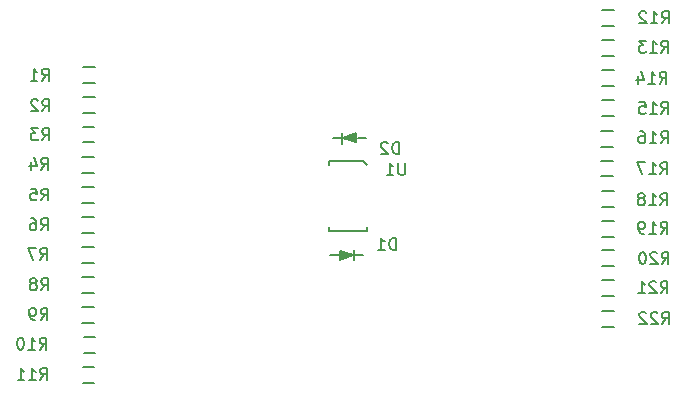
<source format=gbo>
G04 #@! TF.FileFunction,Legend,Bot*
%FSLAX46Y46*%
G04 Gerber Fmt 4.6, Leading zero omitted, Abs format (unit mm)*
G04 Created by KiCad (PCBNEW 4.0.2-stable) date 1/24/2017 5:25:06 AM*
%MOMM*%
G01*
G04 APERTURE LIST*
%ADD10C,0.100000*%
%ADD11C,0.150000*%
G04 APERTURE END LIST*
D10*
D11*
X1600000Y2650000D02*
X1250000Y3050000D01*
X1250000Y3050000D02*
X700000Y3050000D01*
X950000Y3050000D02*
X-1600000Y3050000D01*
X1600000Y-2550000D02*
X1600000Y-2950000D01*
X1600000Y-2950000D02*
X-1600000Y-2950000D01*
X-1600000Y-2950000D02*
X-1600000Y-2550000D01*
X-1600000Y3050000D02*
X-1600000Y2650000D01*
X-21491320Y-4237360D02*
X-22491320Y-4237360D01*
X-22491320Y-5587360D02*
X-21491320Y-5587360D01*
X-21445600Y10962000D02*
X-22445600Y10962000D01*
X-22445600Y9612000D02*
X-21445600Y9612000D01*
X-21445600Y8396600D02*
X-22445600Y8396600D01*
X-22445600Y7046600D02*
X-21445600Y7046600D01*
X-21471000Y5932800D02*
X-22471000Y5932800D01*
X-22471000Y4582800D02*
X-21471000Y4582800D01*
X-21534500Y3354700D02*
X-22534500Y3354700D01*
X-22534500Y2004700D02*
X-21534500Y2004700D01*
X-21506560Y796920D02*
X-22506560Y796920D01*
X-22506560Y-553080D02*
X-21506560Y-553080D01*
X-21506560Y-1722760D02*
X-22506560Y-1722760D01*
X-22506560Y-3072760D02*
X-21506560Y-3072760D01*
X-21521800Y-6797680D02*
X-22521800Y-6797680D01*
X-22521800Y-8147680D02*
X-21521800Y-8147680D01*
X-21537040Y-9337680D02*
X-22537040Y-9337680D01*
X-22537040Y-10687680D02*
X-21537040Y-10687680D01*
X-21384640Y-11898000D02*
X-22384640Y-11898000D01*
X-22384640Y-13248000D02*
X-21384640Y-13248000D01*
X-21476080Y-14412600D02*
X-22476080Y-14412600D01*
X-22476080Y-15762600D02*
X-21476080Y-15762600D01*
X22500000Y15775000D02*
X21500000Y15775000D01*
X21500000Y14425000D02*
X22500000Y14425000D01*
X22475000Y13250000D02*
X21475000Y13250000D01*
X21475000Y11900000D02*
X22475000Y11900000D01*
X22475000Y10725000D02*
X21475000Y10725000D01*
X21475000Y9375000D02*
X22475000Y9375000D01*
X22475000Y8175000D02*
X21475000Y8175000D01*
X21475000Y6825000D02*
X22475000Y6825000D01*
X22450000Y5575000D02*
X21450000Y5575000D01*
X21450000Y4225000D02*
X22450000Y4225000D01*
X22450000Y3050000D02*
X21450000Y3050000D01*
X21450000Y1700000D02*
X22450000Y1700000D01*
X22475000Y500000D02*
X21475000Y500000D01*
X21475000Y-850000D02*
X22475000Y-850000D01*
X22475000Y-2050000D02*
X21475000Y-2050000D01*
X21475000Y-3400000D02*
X22475000Y-3400000D01*
X22475000Y-4550000D02*
X21475000Y-4550000D01*
X21475000Y-5900000D02*
X22475000Y-5900000D01*
X22475000Y-7075000D02*
X21475000Y-7075000D01*
X21475000Y-8425000D02*
X22475000Y-8425000D01*
X22475000Y-9675000D02*
X21475000Y-9675000D01*
X21475000Y-11025000D02*
X22475000Y-11025000D01*
X-500000Y4985000D02*
X-1300000Y4985000D01*
X800000Y4985000D02*
X1500000Y4985000D01*
X-100000Y4985000D02*
X600000Y4685000D01*
X600000Y4685000D02*
X0Y5085000D01*
X0Y5085000D02*
X600000Y4785000D01*
X600000Y4785000D02*
X200000Y5085000D01*
X200000Y5085000D02*
X600000Y4885000D01*
X600000Y4885000D02*
X300000Y5185000D01*
X300000Y5185000D02*
X600000Y4985000D01*
X600000Y4985000D02*
X600000Y5285000D01*
X600000Y5285000D02*
X500000Y5185000D01*
X500000Y5185000D02*
X200000Y5085000D01*
X200000Y5085000D02*
X200000Y4985000D01*
X-500000Y4485000D02*
X-500000Y5385000D01*
X700000Y4585000D02*
X700000Y5385000D01*
X700000Y5385000D02*
X-400000Y4985000D01*
X-400000Y4985000D02*
X700000Y4585000D01*
X500000Y-4985000D02*
X1300000Y-4985000D01*
X-800000Y-4985000D02*
X-1500000Y-4985000D01*
X100000Y-4985000D02*
X-600000Y-4685000D01*
X-600000Y-4685000D02*
X0Y-5085000D01*
X0Y-5085000D02*
X-600000Y-4785000D01*
X-600000Y-4785000D02*
X-200000Y-5085000D01*
X-200000Y-5085000D02*
X-600000Y-4885000D01*
X-600000Y-4885000D02*
X-300000Y-5185000D01*
X-300000Y-5185000D02*
X-600000Y-4985000D01*
X-600000Y-4985000D02*
X-600000Y-5285000D01*
X-600000Y-5285000D02*
X-500000Y-5185000D01*
X-500000Y-5185000D02*
X-200000Y-5085000D01*
X-200000Y-5085000D02*
X-200000Y-4985000D01*
X500000Y-4485000D02*
X500000Y-5385000D01*
X-700000Y-4585000D02*
X-700000Y-5385000D01*
X-700000Y-5385000D02*
X400000Y-4985000D01*
X400000Y-4985000D02*
X-700000Y-4585000D01*
X4825905Y2833619D02*
X4825905Y2024095D01*
X4778286Y1928857D01*
X4730667Y1881238D01*
X4635429Y1833619D01*
X4444952Y1833619D01*
X4349714Y1881238D01*
X4302095Y1928857D01*
X4254476Y2024095D01*
X4254476Y2833619D01*
X3254476Y1833619D02*
X3825905Y1833619D01*
X3540191Y1833619D02*
X3540191Y2833619D01*
X3635429Y2690762D01*
X3730667Y2595524D01*
X3825905Y2547905D01*
X-26083334Y-5352381D02*
X-25750000Y-4876190D01*
X-25511905Y-5352381D02*
X-25511905Y-4352381D01*
X-25892858Y-4352381D01*
X-25988096Y-4400000D01*
X-26035715Y-4447619D01*
X-26083334Y-4542857D01*
X-26083334Y-4685714D01*
X-26035715Y-4780952D01*
X-25988096Y-4828571D01*
X-25892858Y-4876190D01*
X-25511905Y-4876190D01*
X-26416667Y-4352381D02*
X-27083334Y-4352381D01*
X-26654762Y-5352381D01*
X-25933334Y9822619D02*
X-25600000Y10298810D01*
X-25361905Y9822619D02*
X-25361905Y10822619D01*
X-25742858Y10822619D01*
X-25838096Y10775000D01*
X-25885715Y10727381D01*
X-25933334Y10632143D01*
X-25933334Y10489286D01*
X-25885715Y10394048D01*
X-25838096Y10346429D01*
X-25742858Y10298810D01*
X-25361905Y10298810D01*
X-26885715Y9822619D02*
X-26314286Y9822619D01*
X-26600000Y9822619D02*
X-26600000Y10822619D01*
X-26504762Y10679762D01*
X-26409524Y10584524D01*
X-26314286Y10536905D01*
X-25883334Y7222619D02*
X-25550000Y7698810D01*
X-25311905Y7222619D02*
X-25311905Y8222619D01*
X-25692858Y8222619D01*
X-25788096Y8175000D01*
X-25835715Y8127381D01*
X-25883334Y8032143D01*
X-25883334Y7889286D01*
X-25835715Y7794048D01*
X-25788096Y7746429D01*
X-25692858Y7698810D01*
X-25311905Y7698810D01*
X-26264286Y8127381D02*
X-26311905Y8175000D01*
X-26407143Y8222619D01*
X-26645239Y8222619D01*
X-26740477Y8175000D01*
X-26788096Y8127381D01*
X-26835715Y8032143D01*
X-26835715Y7936905D01*
X-26788096Y7794048D01*
X-26216667Y7222619D01*
X-26835715Y7222619D01*
X-25908334Y4772619D02*
X-25575000Y5248810D01*
X-25336905Y4772619D02*
X-25336905Y5772619D01*
X-25717858Y5772619D01*
X-25813096Y5725000D01*
X-25860715Y5677381D01*
X-25908334Y5582143D01*
X-25908334Y5439286D01*
X-25860715Y5344048D01*
X-25813096Y5296429D01*
X-25717858Y5248810D01*
X-25336905Y5248810D01*
X-26241667Y5772619D02*
X-26860715Y5772619D01*
X-26527381Y5391667D01*
X-26670239Y5391667D01*
X-26765477Y5344048D01*
X-26813096Y5296429D01*
X-26860715Y5201190D01*
X-26860715Y4963095D01*
X-26813096Y4867857D01*
X-26765477Y4820238D01*
X-26670239Y4772619D01*
X-26384524Y4772619D01*
X-26289286Y4820238D01*
X-26241667Y4867857D01*
X-25983334Y2272619D02*
X-25650000Y2748810D01*
X-25411905Y2272619D02*
X-25411905Y3272619D01*
X-25792858Y3272619D01*
X-25888096Y3225000D01*
X-25935715Y3177381D01*
X-25983334Y3082143D01*
X-25983334Y2939286D01*
X-25935715Y2844048D01*
X-25888096Y2796429D01*
X-25792858Y2748810D01*
X-25411905Y2748810D01*
X-26840477Y2939286D02*
X-26840477Y2272619D01*
X-26602381Y3320238D02*
X-26364286Y2605952D01*
X-26983334Y2605952D01*
X-25958334Y-327381D02*
X-25625000Y148810D01*
X-25386905Y-327381D02*
X-25386905Y672619D01*
X-25767858Y672619D01*
X-25863096Y625000D01*
X-25910715Y577381D01*
X-25958334Y482143D01*
X-25958334Y339286D01*
X-25910715Y244048D01*
X-25863096Y196429D01*
X-25767858Y148810D01*
X-25386905Y148810D01*
X-26863096Y672619D02*
X-26386905Y672619D01*
X-26339286Y196429D01*
X-26386905Y244048D01*
X-26482143Y291667D01*
X-26720239Y291667D01*
X-26815477Y244048D01*
X-26863096Y196429D01*
X-26910715Y101190D01*
X-26910715Y-136905D01*
X-26863096Y-232143D01*
X-26815477Y-279762D01*
X-26720239Y-327381D01*
X-26482143Y-327381D01*
X-26386905Y-279762D01*
X-26339286Y-232143D01*
X-26008334Y-2852381D02*
X-25675000Y-2376190D01*
X-25436905Y-2852381D02*
X-25436905Y-1852381D01*
X-25817858Y-1852381D01*
X-25913096Y-1900000D01*
X-25960715Y-1947619D01*
X-26008334Y-2042857D01*
X-26008334Y-2185714D01*
X-25960715Y-2280952D01*
X-25913096Y-2328571D01*
X-25817858Y-2376190D01*
X-25436905Y-2376190D01*
X-26865477Y-1852381D02*
X-26675000Y-1852381D01*
X-26579762Y-1900000D01*
X-26532143Y-1947619D01*
X-26436905Y-2090476D01*
X-26389286Y-2280952D01*
X-26389286Y-2661905D01*
X-26436905Y-2757143D01*
X-26484524Y-2804762D01*
X-26579762Y-2852381D01*
X-26770239Y-2852381D01*
X-26865477Y-2804762D01*
X-26913096Y-2757143D01*
X-26960715Y-2661905D01*
X-26960715Y-2423810D01*
X-26913096Y-2328571D01*
X-26865477Y-2280952D01*
X-26770239Y-2233333D01*
X-26579762Y-2233333D01*
X-26484524Y-2280952D01*
X-26436905Y-2328571D01*
X-26389286Y-2423810D01*
X-25983334Y-7927381D02*
X-25650000Y-7451190D01*
X-25411905Y-7927381D02*
X-25411905Y-6927381D01*
X-25792858Y-6927381D01*
X-25888096Y-6975000D01*
X-25935715Y-7022619D01*
X-25983334Y-7117857D01*
X-25983334Y-7260714D01*
X-25935715Y-7355952D01*
X-25888096Y-7403571D01*
X-25792858Y-7451190D01*
X-25411905Y-7451190D01*
X-26554762Y-7355952D02*
X-26459524Y-7308333D01*
X-26411905Y-7260714D01*
X-26364286Y-7165476D01*
X-26364286Y-7117857D01*
X-26411905Y-7022619D01*
X-26459524Y-6975000D01*
X-26554762Y-6927381D01*
X-26745239Y-6927381D01*
X-26840477Y-6975000D01*
X-26888096Y-7022619D01*
X-26935715Y-7117857D01*
X-26935715Y-7165476D01*
X-26888096Y-7260714D01*
X-26840477Y-7308333D01*
X-26745239Y-7355952D01*
X-26554762Y-7355952D01*
X-26459524Y-7403571D01*
X-26411905Y-7451190D01*
X-26364286Y-7546429D01*
X-26364286Y-7736905D01*
X-26411905Y-7832143D01*
X-26459524Y-7879762D01*
X-26554762Y-7927381D01*
X-26745239Y-7927381D01*
X-26840477Y-7879762D01*
X-26888096Y-7832143D01*
X-26935715Y-7736905D01*
X-26935715Y-7546429D01*
X-26888096Y-7451190D01*
X-26840477Y-7403571D01*
X-26745239Y-7355952D01*
X-26033334Y-10452381D02*
X-25700000Y-9976190D01*
X-25461905Y-10452381D02*
X-25461905Y-9452381D01*
X-25842858Y-9452381D01*
X-25938096Y-9500000D01*
X-25985715Y-9547619D01*
X-26033334Y-9642857D01*
X-26033334Y-9785714D01*
X-25985715Y-9880952D01*
X-25938096Y-9928571D01*
X-25842858Y-9976190D01*
X-25461905Y-9976190D01*
X-26509524Y-10452381D02*
X-26700000Y-10452381D01*
X-26795239Y-10404762D01*
X-26842858Y-10357143D01*
X-26938096Y-10214286D01*
X-26985715Y-10023810D01*
X-26985715Y-9642857D01*
X-26938096Y-9547619D01*
X-26890477Y-9500000D01*
X-26795239Y-9452381D01*
X-26604762Y-9452381D01*
X-26509524Y-9500000D01*
X-26461905Y-9547619D01*
X-26414286Y-9642857D01*
X-26414286Y-9880952D01*
X-26461905Y-9976190D01*
X-26509524Y-10023810D01*
X-26604762Y-10071429D01*
X-26795239Y-10071429D01*
X-26890477Y-10023810D01*
X-26938096Y-9976190D01*
X-26985715Y-9880952D01*
X-26107143Y-12952381D02*
X-25773809Y-12476190D01*
X-25535714Y-12952381D02*
X-25535714Y-11952381D01*
X-25916667Y-11952381D01*
X-26011905Y-12000000D01*
X-26059524Y-12047619D01*
X-26107143Y-12142857D01*
X-26107143Y-12285714D01*
X-26059524Y-12380952D01*
X-26011905Y-12428571D01*
X-25916667Y-12476190D01*
X-25535714Y-12476190D01*
X-27059524Y-12952381D02*
X-26488095Y-12952381D01*
X-26773809Y-12952381D02*
X-26773809Y-11952381D01*
X-26678571Y-12095238D01*
X-26583333Y-12190476D01*
X-26488095Y-12238095D01*
X-27678571Y-11952381D02*
X-27773810Y-11952381D01*
X-27869048Y-12000000D01*
X-27916667Y-12047619D01*
X-27964286Y-12142857D01*
X-28011905Y-12333333D01*
X-28011905Y-12571429D01*
X-27964286Y-12761905D01*
X-27916667Y-12857143D01*
X-27869048Y-12904762D01*
X-27773810Y-12952381D01*
X-27678571Y-12952381D01*
X-27583333Y-12904762D01*
X-27535714Y-12857143D01*
X-27488095Y-12761905D01*
X-27440476Y-12571429D01*
X-27440476Y-12333333D01*
X-27488095Y-12142857D01*
X-27535714Y-12047619D01*
X-27583333Y-12000000D01*
X-27678571Y-11952381D01*
X-26082143Y-15527381D02*
X-25748809Y-15051190D01*
X-25510714Y-15527381D02*
X-25510714Y-14527381D01*
X-25891667Y-14527381D01*
X-25986905Y-14575000D01*
X-26034524Y-14622619D01*
X-26082143Y-14717857D01*
X-26082143Y-14860714D01*
X-26034524Y-14955952D01*
X-25986905Y-15003571D01*
X-25891667Y-15051190D01*
X-25510714Y-15051190D01*
X-27034524Y-15527381D02*
X-26463095Y-15527381D01*
X-26748809Y-15527381D02*
X-26748809Y-14527381D01*
X-26653571Y-14670238D01*
X-26558333Y-14765476D01*
X-26463095Y-14813095D01*
X-27986905Y-15527381D02*
X-27415476Y-15527381D01*
X-27701190Y-15527381D02*
X-27701190Y-14527381D01*
X-27605952Y-14670238D01*
X-27510714Y-14765476D01*
X-27415476Y-14813095D01*
X26567857Y14672619D02*
X26901191Y15148810D01*
X27139286Y14672619D02*
X27139286Y15672619D01*
X26758333Y15672619D01*
X26663095Y15625000D01*
X26615476Y15577381D01*
X26567857Y15482143D01*
X26567857Y15339286D01*
X26615476Y15244048D01*
X26663095Y15196429D01*
X26758333Y15148810D01*
X27139286Y15148810D01*
X25615476Y14672619D02*
X26186905Y14672619D01*
X25901191Y14672619D02*
X25901191Y15672619D01*
X25996429Y15529762D01*
X26091667Y15434524D01*
X26186905Y15386905D01*
X25234524Y15577381D02*
X25186905Y15625000D01*
X25091667Y15672619D01*
X24853571Y15672619D01*
X24758333Y15625000D01*
X24710714Y15577381D01*
X24663095Y15482143D01*
X24663095Y15386905D01*
X24710714Y15244048D01*
X25282143Y14672619D01*
X24663095Y14672619D01*
X26517857Y12197619D02*
X26851191Y12673810D01*
X27089286Y12197619D02*
X27089286Y13197619D01*
X26708333Y13197619D01*
X26613095Y13150000D01*
X26565476Y13102381D01*
X26517857Y13007143D01*
X26517857Y12864286D01*
X26565476Y12769048D01*
X26613095Y12721429D01*
X26708333Y12673810D01*
X27089286Y12673810D01*
X25565476Y12197619D02*
X26136905Y12197619D01*
X25851191Y12197619D02*
X25851191Y13197619D01*
X25946429Y13054762D01*
X26041667Y12959524D01*
X26136905Y12911905D01*
X25232143Y13197619D02*
X24613095Y13197619D01*
X24946429Y12816667D01*
X24803571Y12816667D01*
X24708333Y12769048D01*
X24660714Y12721429D01*
X24613095Y12626190D01*
X24613095Y12388095D01*
X24660714Y12292857D01*
X24708333Y12245238D01*
X24803571Y12197619D01*
X25089286Y12197619D01*
X25184524Y12245238D01*
X25232143Y12292857D01*
X26367857Y9572619D02*
X26701191Y10048810D01*
X26939286Y9572619D02*
X26939286Y10572619D01*
X26558333Y10572619D01*
X26463095Y10525000D01*
X26415476Y10477381D01*
X26367857Y10382143D01*
X26367857Y10239286D01*
X26415476Y10144048D01*
X26463095Y10096429D01*
X26558333Y10048810D01*
X26939286Y10048810D01*
X25415476Y9572619D02*
X25986905Y9572619D01*
X25701191Y9572619D02*
X25701191Y10572619D01*
X25796429Y10429762D01*
X25891667Y10334524D01*
X25986905Y10286905D01*
X24558333Y10239286D02*
X24558333Y9572619D01*
X24796429Y10620238D02*
X25034524Y9905952D01*
X24415476Y9905952D01*
X26517857Y7022619D02*
X26851191Y7498810D01*
X27089286Y7022619D02*
X27089286Y8022619D01*
X26708333Y8022619D01*
X26613095Y7975000D01*
X26565476Y7927381D01*
X26517857Y7832143D01*
X26517857Y7689286D01*
X26565476Y7594048D01*
X26613095Y7546429D01*
X26708333Y7498810D01*
X27089286Y7498810D01*
X25565476Y7022619D02*
X26136905Y7022619D01*
X25851191Y7022619D02*
X25851191Y8022619D01*
X25946429Y7879762D01*
X26041667Y7784524D01*
X26136905Y7736905D01*
X24660714Y8022619D02*
X25136905Y8022619D01*
X25184524Y7546429D01*
X25136905Y7594048D01*
X25041667Y7641667D01*
X24803571Y7641667D01*
X24708333Y7594048D01*
X24660714Y7546429D01*
X24613095Y7451190D01*
X24613095Y7213095D01*
X24660714Y7117857D01*
X24708333Y7070238D01*
X24803571Y7022619D01*
X25041667Y7022619D01*
X25136905Y7070238D01*
X25184524Y7117857D01*
X26492857Y4522619D02*
X26826191Y4998810D01*
X27064286Y4522619D02*
X27064286Y5522619D01*
X26683333Y5522619D01*
X26588095Y5475000D01*
X26540476Y5427381D01*
X26492857Y5332143D01*
X26492857Y5189286D01*
X26540476Y5094048D01*
X26588095Y5046429D01*
X26683333Y4998810D01*
X27064286Y4998810D01*
X25540476Y4522619D02*
X26111905Y4522619D01*
X25826191Y4522619D02*
X25826191Y5522619D01*
X25921429Y5379762D01*
X26016667Y5284524D01*
X26111905Y5236905D01*
X24683333Y5522619D02*
X24873810Y5522619D01*
X24969048Y5475000D01*
X25016667Y5427381D01*
X25111905Y5284524D01*
X25159524Y5094048D01*
X25159524Y4713095D01*
X25111905Y4617857D01*
X25064286Y4570238D01*
X24969048Y4522619D01*
X24778571Y4522619D01*
X24683333Y4570238D01*
X24635714Y4617857D01*
X24588095Y4713095D01*
X24588095Y4951190D01*
X24635714Y5046429D01*
X24683333Y5094048D01*
X24778571Y5141667D01*
X24969048Y5141667D01*
X25064286Y5094048D01*
X25111905Y5046429D01*
X25159524Y4951190D01*
X26442857Y1897619D02*
X26776191Y2373810D01*
X27014286Y1897619D02*
X27014286Y2897619D01*
X26633333Y2897619D01*
X26538095Y2850000D01*
X26490476Y2802381D01*
X26442857Y2707143D01*
X26442857Y2564286D01*
X26490476Y2469048D01*
X26538095Y2421429D01*
X26633333Y2373810D01*
X27014286Y2373810D01*
X25490476Y1897619D02*
X26061905Y1897619D01*
X25776191Y1897619D02*
X25776191Y2897619D01*
X25871429Y2754762D01*
X25966667Y2659524D01*
X26061905Y2611905D01*
X25157143Y2897619D02*
X24490476Y2897619D01*
X24919048Y1897619D01*
X26442857Y-727381D02*
X26776191Y-251190D01*
X27014286Y-727381D02*
X27014286Y272619D01*
X26633333Y272619D01*
X26538095Y225000D01*
X26490476Y177381D01*
X26442857Y82143D01*
X26442857Y-60714D01*
X26490476Y-155952D01*
X26538095Y-203571D01*
X26633333Y-251190D01*
X27014286Y-251190D01*
X25490476Y-727381D02*
X26061905Y-727381D01*
X25776191Y-727381D02*
X25776191Y272619D01*
X25871429Y129762D01*
X25966667Y34524D01*
X26061905Y-13095D01*
X24919048Y-155952D02*
X25014286Y-108333D01*
X25061905Y-60714D01*
X25109524Y34524D01*
X25109524Y82143D01*
X25061905Y177381D01*
X25014286Y225000D01*
X24919048Y272619D01*
X24728571Y272619D01*
X24633333Y225000D01*
X24585714Y177381D01*
X24538095Y82143D01*
X24538095Y34524D01*
X24585714Y-60714D01*
X24633333Y-108333D01*
X24728571Y-155952D01*
X24919048Y-155952D01*
X25014286Y-203571D01*
X25061905Y-251190D01*
X25109524Y-346429D01*
X25109524Y-536905D01*
X25061905Y-632143D01*
X25014286Y-679762D01*
X24919048Y-727381D01*
X24728571Y-727381D01*
X24633333Y-679762D01*
X24585714Y-632143D01*
X24538095Y-536905D01*
X24538095Y-346429D01*
X24585714Y-251190D01*
X24633333Y-203571D01*
X24728571Y-155952D01*
X26467857Y-3127381D02*
X26801191Y-2651190D01*
X27039286Y-3127381D02*
X27039286Y-2127381D01*
X26658333Y-2127381D01*
X26563095Y-2175000D01*
X26515476Y-2222619D01*
X26467857Y-2317857D01*
X26467857Y-2460714D01*
X26515476Y-2555952D01*
X26563095Y-2603571D01*
X26658333Y-2651190D01*
X27039286Y-2651190D01*
X25515476Y-3127381D02*
X26086905Y-3127381D01*
X25801191Y-3127381D02*
X25801191Y-2127381D01*
X25896429Y-2270238D01*
X25991667Y-2365476D01*
X26086905Y-2413095D01*
X25039286Y-3127381D02*
X24848810Y-3127381D01*
X24753571Y-3079762D01*
X24705952Y-3032143D01*
X24610714Y-2889286D01*
X24563095Y-2698810D01*
X24563095Y-2317857D01*
X24610714Y-2222619D01*
X24658333Y-2175000D01*
X24753571Y-2127381D01*
X24944048Y-2127381D01*
X25039286Y-2175000D01*
X25086905Y-2222619D01*
X25134524Y-2317857D01*
X25134524Y-2555952D01*
X25086905Y-2651190D01*
X25039286Y-2698810D01*
X24944048Y-2746429D01*
X24753571Y-2746429D01*
X24658333Y-2698810D01*
X24610714Y-2651190D01*
X24563095Y-2555952D01*
X26542857Y-5702381D02*
X26876191Y-5226190D01*
X27114286Y-5702381D02*
X27114286Y-4702381D01*
X26733333Y-4702381D01*
X26638095Y-4750000D01*
X26590476Y-4797619D01*
X26542857Y-4892857D01*
X26542857Y-5035714D01*
X26590476Y-5130952D01*
X26638095Y-5178571D01*
X26733333Y-5226190D01*
X27114286Y-5226190D01*
X26161905Y-4797619D02*
X26114286Y-4750000D01*
X26019048Y-4702381D01*
X25780952Y-4702381D01*
X25685714Y-4750000D01*
X25638095Y-4797619D01*
X25590476Y-4892857D01*
X25590476Y-4988095D01*
X25638095Y-5130952D01*
X26209524Y-5702381D01*
X25590476Y-5702381D01*
X24971429Y-4702381D02*
X24876190Y-4702381D01*
X24780952Y-4750000D01*
X24733333Y-4797619D01*
X24685714Y-4892857D01*
X24638095Y-5083333D01*
X24638095Y-5321429D01*
X24685714Y-5511905D01*
X24733333Y-5607143D01*
X24780952Y-5654762D01*
X24876190Y-5702381D01*
X24971429Y-5702381D01*
X25066667Y-5654762D01*
X25114286Y-5607143D01*
X25161905Y-5511905D01*
X25209524Y-5321429D01*
X25209524Y-5083333D01*
X25161905Y-4892857D01*
X25114286Y-4797619D01*
X25066667Y-4750000D01*
X24971429Y-4702381D01*
X26467857Y-8177381D02*
X26801191Y-7701190D01*
X27039286Y-8177381D02*
X27039286Y-7177381D01*
X26658333Y-7177381D01*
X26563095Y-7225000D01*
X26515476Y-7272619D01*
X26467857Y-7367857D01*
X26467857Y-7510714D01*
X26515476Y-7605952D01*
X26563095Y-7653571D01*
X26658333Y-7701190D01*
X27039286Y-7701190D01*
X26086905Y-7272619D02*
X26039286Y-7225000D01*
X25944048Y-7177381D01*
X25705952Y-7177381D01*
X25610714Y-7225000D01*
X25563095Y-7272619D01*
X25515476Y-7367857D01*
X25515476Y-7463095D01*
X25563095Y-7605952D01*
X26134524Y-8177381D01*
X25515476Y-8177381D01*
X24563095Y-8177381D02*
X25134524Y-8177381D01*
X24848810Y-8177381D02*
X24848810Y-7177381D01*
X24944048Y-7320238D01*
X25039286Y-7415476D01*
X25134524Y-7463095D01*
X26567857Y-10777381D02*
X26901191Y-10301190D01*
X27139286Y-10777381D02*
X27139286Y-9777381D01*
X26758333Y-9777381D01*
X26663095Y-9825000D01*
X26615476Y-9872619D01*
X26567857Y-9967857D01*
X26567857Y-10110714D01*
X26615476Y-10205952D01*
X26663095Y-10253571D01*
X26758333Y-10301190D01*
X27139286Y-10301190D01*
X26186905Y-9872619D02*
X26139286Y-9825000D01*
X26044048Y-9777381D01*
X25805952Y-9777381D01*
X25710714Y-9825000D01*
X25663095Y-9872619D01*
X25615476Y-9967857D01*
X25615476Y-10063095D01*
X25663095Y-10205952D01*
X26234524Y-10777381D01*
X25615476Y-10777381D01*
X25234524Y-9872619D02*
X25186905Y-9825000D01*
X25091667Y-9777381D01*
X24853571Y-9777381D01*
X24758333Y-9825000D01*
X24710714Y-9872619D01*
X24663095Y-9967857D01*
X24663095Y-10063095D01*
X24710714Y-10205952D01*
X25282143Y-10777381D01*
X24663095Y-10777381D01*
X4294095Y3611619D02*
X4294095Y4611619D01*
X4056000Y4611619D01*
X3913142Y4564000D01*
X3817904Y4468762D01*
X3770285Y4373524D01*
X3722666Y4183048D01*
X3722666Y4040190D01*
X3770285Y3849714D01*
X3817904Y3754476D01*
X3913142Y3659238D01*
X4056000Y3611619D01*
X4294095Y3611619D01*
X3341714Y4516381D02*
X3294095Y4564000D01*
X3198857Y4611619D01*
X2960761Y4611619D01*
X2865523Y4564000D01*
X2817904Y4516381D01*
X2770285Y4421143D01*
X2770285Y4325905D01*
X2817904Y4183048D01*
X3389333Y3611619D01*
X2770285Y3611619D01*
X4040095Y-4516381D02*
X4040095Y-3516381D01*
X3802000Y-3516381D01*
X3659142Y-3564000D01*
X3563904Y-3659238D01*
X3516285Y-3754476D01*
X3468666Y-3944952D01*
X3468666Y-4087810D01*
X3516285Y-4278286D01*
X3563904Y-4373524D01*
X3659142Y-4468762D01*
X3802000Y-4516381D01*
X4040095Y-4516381D01*
X2516285Y-4516381D02*
X3087714Y-4516381D01*
X2802000Y-4516381D02*
X2802000Y-3516381D01*
X2897238Y-3659238D01*
X2992476Y-3754476D01*
X3087714Y-3802095D01*
M02*

</source>
